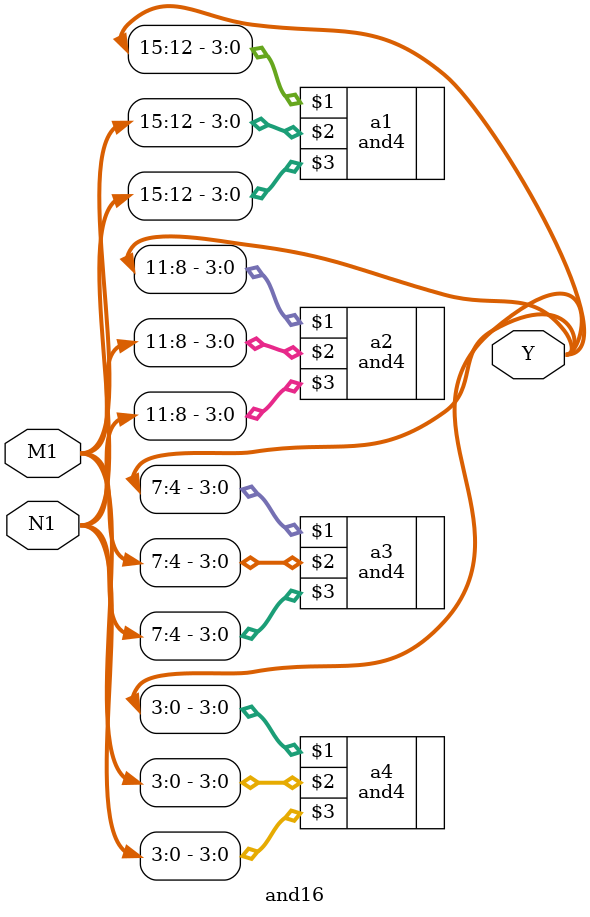
<source format=v>

`timescale 1ns / 1ps
module and16(Y, M1, N1);

input [15:0] M1, N1;
output [15:0] Y;

and4 a1(Y[15:12], M1[15:12],N1[15:12]), a2(Y[11:8], M1[11:8], N1[11:8]), a3(Y[7:4], M1[7:4],
N1[7:4]), a4(Y[3:0], M1[3:0], N1[3:0]);

endmodule
</source>
